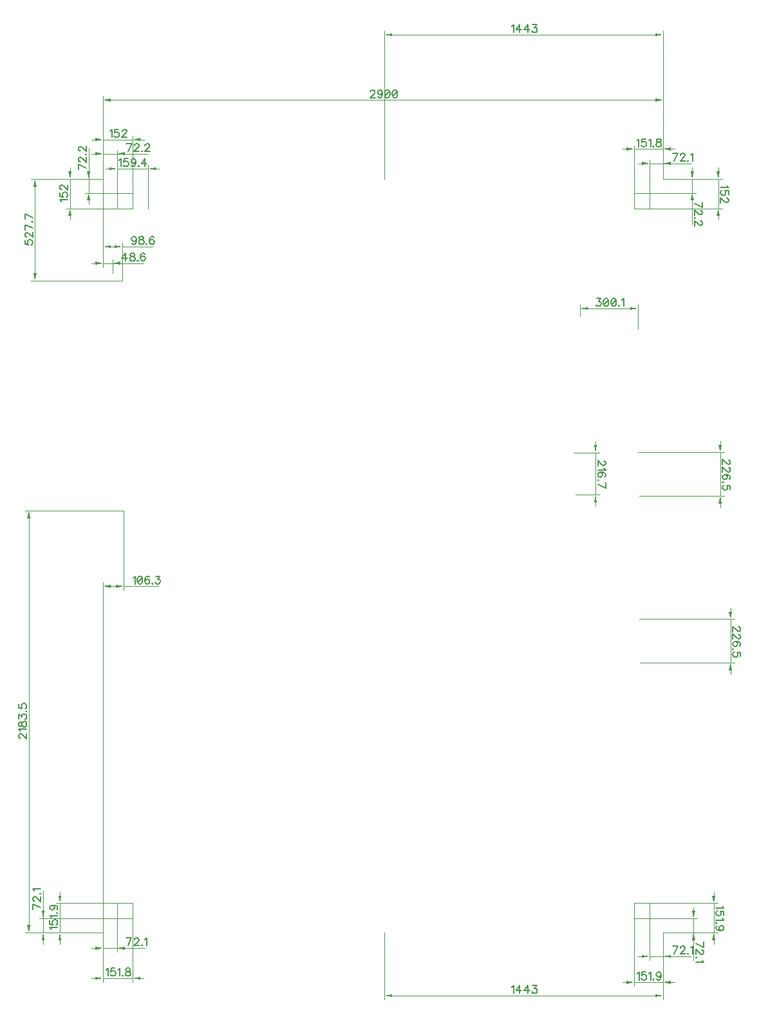
<source format=gbr>
G04 DipTrace 2.4.0.2*
%INTopDimension.gbr*%
%MOIN*%
%ADD13C,0.0015*%
%ADD65C,0.0062*%
%FSLAX44Y44*%
G04*
G70*
G90*
G75*
G01*
%LNTopDimension*%
%LPD*%
X6254Y41417D2*
D13*
Y43660D1*
X4659Y41417D2*
Y43660D1*
Y43463D2*
X6254D1*
X4069D2*
X4266D1*
G36*
X4659D2*
X4266Y43385D1*
Y43542D1*
X4659Y43463D1*
G37*
X6844D2*
D13*
X6648D1*
G36*
X6254D2*
X6648Y43542D1*
Y43385D1*
X6254Y43463D1*
G37*
X3937Y42937D2*
D13*
Y45176D1*
X5457Y41417D2*
Y45176D1*
X3937Y44979D2*
X5457D1*
X3346D2*
X3543D1*
G36*
X3937D2*
X3543Y44900D1*
Y45058D1*
X3937Y44979D1*
G37*
X6047D2*
D13*
X5850D1*
G36*
X5457D2*
X5850Y45058D1*
Y44900D1*
X5457Y44979D1*
G37*
Y41417D2*
D13*
X2020D1*
X3937Y42937D2*
X2020D1*
X2217D2*
Y41417D1*
Y43528D2*
Y43331D1*
G36*
Y42937D2*
X2138Y43331D1*
X2295D1*
X2217Y42937D1*
G37*
Y40827D2*
D13*
Y41024D1*
G36*
Y41417D2*
X2295Y41024D1*
X2138D1*
X2217Y41417D1*
G37*
X31419D2*
D13*
Y44684D1*
X32937Y42937D2*
Y44684D1*
X31419Y44487D2*
X32937D1*
X30828D2*
X31025D1*
G36*
X31419D2*
X31025Y44408D1*
Y44566D1*
X31419Y44487D1*
G37*
X33528D2*
D13*
X33331D1*
G36*
X32937D2*
X33331Y44566D1*
Y44408D1*
X32937Y44487D1*
G37*
X31419Y41417D2*
D13*
X35987D1*
X32937Y42937D2*
X35987D1*
X35790D2*
Y41417D1*
Y43528D2*
Y43331D1*
G36*
Y42937D2*
X35711Y43331D1*
X35869D1*
X35790Y42937D1*
G37*
Y40827D2*
D13*
Y41024D1*
G36*
Y41417D2*
X35869Y41024D1*
X35711D1*
X35790Y41417D1*
G37*
X31419Y5456D2*
D13*
Y1165D1*
X32937Y3937D2*
Y1165D1*
X31419Y1362D2*
X32937D1*
X30828D2*
X31025D1*
G36*
X31419D2*
X31025Y1283D1*
Y1441D1*
X31419Y1362D1*
G37*
X33528D2*
D13*
X33331D1*
G36*
X32937D2*
X33331Y1441D1*
Y1283D1*
X32937Y1362D1*
G37*
X31419Y5456D2*
D13*
X35747D1*
X32937Y3937D2*
X35747D1*
X35550Y5456D2*
Y3937D1*
Y6046D2*
Y5849D1*
G36*
Y5456D2*
X35471Y5849D1*
X35629D1*
X35550Y5456D1*
G37*
Y3346D2*
D13*
Y3543D1*
G36*
Y3937D2*
X35629Y3543D1*
X35471D1*
X35550Y3937D1*
G37*
X5455Y5456D2*
D13*
Y1369D1*
X3937Y3937D2*
Y1369D1*
Y1566D2*
X5455D1*
X3346D2*
X3543D1*
G36*
X3937D2*
X3543Y1487D1*
Y1644D1*
X3937Y1566D1*
G37*
X6046D2*
D13*
X5849D1*
G36*
X5455D2*
X5849Y1644D1*
Y1487D1*
X5455Y1566D1*
G37*
Y5456D2*
D13*
X1499D1*
X3937Y3937D2*
X1499D1*
X1696Y5456D2*
Y3937D1*
Y6046D2*
Y5849D1*
G36*
Y5456D2*
X1617Y5849D1*
X1774D1*
X1696Y5456D1*
G37*
Y3346D2*
D13*
Y3543D1*
G36*
Y3937D2*
X1774Y3543D1*
X1617D1*
X1696Y3937D1*
G37*
X3937Y42937D2*
D13*
Y47223D1*
X32937Y42937D2*
Y47223D1*
X18437Y47026D2*
X4331D1*
G36*
X3937D2*
X4331Y47105D1*
Y46948D1*
X3937Y47026D1*
G37*
X18437D2*
D13*
X32543D1*
G36*
X32937D2*
X32543Y46948D1*
Y47105D1*
X32937Y47026D1*
G37*
Y42937D2*
D13*
Y50598D1*
X18507Y42932D2*
Y50598D1*
X25722Y50402D2*
X32543D1*
G36*
X32937D2*
X32543Y50323D1*
Y50480D1*
X32937Y50402D1*
G37*
X25722D2*
D13*
X18900D1*
G36*
X18507D2*
X18900Y50480D1*
Y50323D1*
X18507Y50402D1*
G37*
X32937Y3937D2*
D13*
Y471D1*
X18507Y3936D2*
Y471D1*
X25722Y668D2*
X32543D1*
G36*
X32937D2*
X32543Y589D1*
Y747D1*
X32937Y668D1*
G37*
X25722D2*
D13*
X18900D1*
G36*
X18507D2*
X18900Y747D1*
Y589D1*
X18507Y668D1*
G37*
X5000Y25772D2*
D13*
X-109D1*
X3937Y3937D2*
X-109D1*
X88Y14854D2*
Y25378D1*
G36*
Y25772D2*
X167Y25378D1*
X9D1*
X88Y25772D1*
G37*
Y14854D2*
D13*
Y4331D1*
G36*
Y3937D2*
X9Y4331D1*
X167D1*
X88Y3937D1*
G37*
X3937D2*
D13*
Y22058D1*
X5000Y25772D2*
Y21664D1*
X4469Y21861D2*
X4331D1*
G36*
X3937D2*
X4331Y21940D1*
Y21782D1*
X3937Y21861D1*
G37*
X4469D2*
D13*
X4606D1*
G36*
X5000D2*
X4606Y21782D1*
Y21940D1*
X5000Y21861D1*
G37*
X6807D2*
D13*
X5000D1*
X5455Y4658D2*
X629D1*
X3937Y3937D2*
X629D1*
X825Y4658D2*
Y3937D1*
Y5249D2*
Y5052D1*
G36*
Y4658D2*
X747Y5052D1*
X904D1*
X825Y4658D1*
G37*
Y3346D2*
D13*
Y3543D1*
G36*
Y3937D2*
X904Y3543D1*
X747D1*
X825Y3937D1*
G37*
Y6093D2*
D13*
Y4658D1*
X4658Y5456D2*
Y2932D1*
X3937Y3937D2*
Y2932D1*
Y3129D2*
X4658D1*
X3346D2*
X3543D1*
G36*
X3937D2*
X3543Y3050D1*
Y3207D1*
X3937Y3129D1*
G37*
X5249D2*
D13*
X5052D1*
G36*
X4658D2*
X5052Y3207D1*
Y3050D1*
X4658Y3129D1*
G37*
X6093D2*
D13*
X4658D1*
X31419Y4658D2*
X34701D1*
X32937Y3937D2*
X34701D1*
X34504Y4658D2*
Y3937D1*
Y5249D2*
Y5052D1*
G36*
Y4658D2*
X34425Y5052D1*
X34583D1*
X34504Y4658D1*
G37*
Y3346D2*
D13*
Y3543D1*
G36*
Y3937D2*
X34583Y3543D1*
X34425D1*
X34504Y3937D1*
G37*
Y2502D2*
D13*
Y4658D1*
X32216Y5456D2*
Y2507D1*
X32937Y3937D2*
Y2507D1*
X32216Y2703D2*
X32937D1*
X31625D2*
X31822D1*
G36*
X32216D2*
X31822Y2625D1*
Y2782D1*
X32216Y2703D1*
G37*
X33528D2*
D13*
X33331D1*
G36*
X32937D2*
X33331Y2782D1*
Y2625D1*
X32937Y2703D1*
G37*
X34372D2*
D13*
X32937D1*
X5457Y42215D2*
X2987D1*
X3937Y42937D2*
X2987D1*
X3184D2*
Y42215D1*
Y43528D2*
Y43331D1*
G36*
Y42937D2*
X3105Y43331D1*
X3262D1*
X3184Y42937D1*
G37*
Y41624D2*
D13*
Y41821D1*
G36*
Y42215D2*
X3262Y41821D1*
X3105D1*
X3184Y42215D1*
G37*
Y44544D2*
D13*
Y42937D1*
X4659Y41417D2*
Y44436D1*
X3937Y42937D2*
Y44436D1*
Y44239D2*
X4659D1*
X3346D2*
X3543D1*
G36*
X3937D2*
X3543Y44160D1*
Y44318D1*
X3937Y44239D1*
G37*
X5250D2*
D13*
X5053D1*
G36*
X4659D2*
X5053Y44318D1*
Y44160D1*
X4659Y44239D1*
G37*
X6266D2*
D13*
X4659D1*
X31419Y42215D2*
X34635D1*
X32937Y42937D2*
X34635D1*
X34438D2*
Y42215D1*
Y43528D2*
Y43331D1*
G36*
Y42937D2*
X34360Y43331D1*
X34517D1*
X34438Y42937D1*
G37*
Y41624D2*
D13*
Y41821D1*
G36*
Y42215D2*
X34517Y41821D1*
X34360D1*
X34438Y42215D1*
G37*
Y40608D2*
D13*
Y42937D1*
X32216Y41417D2*
Y43938D1*
X32937Y42937D2*
Y43938D1*
X32216Y43741D2*
X32937D1*
X31625D2*
X31822D1*
G36*
X32216D2*
X31822Y43663D1*
Y43820D1*
X32216Y43741D1*
G37*
X33528D2*
D13*
X33331D1*
G36*
X32937D2*
X33331Y43820D1*
Y43663D1*
X32937Y43741D1*
G37*
X34372D2*
D13*
X32937D1*
X4923Y37660D2*
X210D1*
X3937Y42937D2*
X210D1*
X407Y40299D2*
Y38054D1*
G36*
Y37660D2*
X328Y38054D1*
X486D1*
X407Y37660D1*
G37*
Y40299D2*
D13*
Y42543D1*
G36*
Y42937D2*
X486Y42543D1*
X328D1*
X407Y42937D1*
G37*
X4923Y37660D2*
D13*
Y39630D1*
X3937Y42937D2*
Y39236D1*
X4430Y39433D2*
X4529D1*
G36*
X4923D2*
X4529Y39354D1*
Y39512D1*
X4923Y39433D1*
G37*
X4430D2*
D13*
X4331D1*
G36*
X3937D2*
X4331Y39512D1*
Y39354D1*
X3937Y39433D1*
G37*
X6490D2*
D13*
X4923D1*
X4423Y38077D2*
Y38772D1*
X3937Y42937D2*
Y38378D1*
Y38575D2*
X4423D1*
X3346D2*
X3543D1*
G36*
X3937D2*
X3543Y38496D1*
Y38654D1*
X3937Y38575D1*
G37*
X5013D2*
D13*
X4816D1*
G36*
X4423D2*
X4816Y38654D1*
Y38496D1*
X4423Y38575D1*
G37*
X6028D2*
D13*
X4423D1*
X31635Y28790D2*
X36087D1*
X31709Y26525D2*
X36087D1*
X35890Y28790D2*
Y26525D1*
Y29381D2*
Y29184D1*
G36*
Y28790D2*
X35811Y29184D1*
X35969D1*
X35890Y28790D1*
G37*
Y25934D2*
D13*
Y26131D1*
G36*
Y26525D2*
X35969Y26131D1*
X35811D1*
X35890Y26525D1*
G37*
X31709Y20151D2*
D13*
X36614D1*
X31718Y17886D2*
X36614D1*
X36417Y20151D2*
Y17886D1*
Y20741D2*
Y20544D1*
G36*
Y20151D2*
X36339Y20544D1*
X36496D1*
X36417Y20151D1*
G37*
Y17295D2*
D13*
Y17492D1*
G36*
Y17886D2*
X36496Y17492D1*
X36339D1*
X36417Y17886D1*
G37*
X28300Y28771D2*
D13*
X29623D1*
X28383Y26604D2*
X29623D1*
X29427Y28771D2*
Y26604D1*
Y29362D2*
Y29165D1*
G36*
Y28771D2*
X29348Y29165D1*
X29505D1*
X29427Y28771D1*
G37*
Y26014D2*
D13*
Y26211D1*
G36*
Y26604D2*
X29505Y26211D1*
X29348D1*
X29427Y26604D1*
G37*
X28634Y35845D2*
D13*
Y36427D1*
X31635Y35164D2*
Y36427D1*
X30135Y36230D2*
X29028D1*
G36*
X28634D2*
X29028Y36308D1*
Y36151D1*
X28634Y36230D1*
G37*
X30135D2*
D13*
X31241D1*
G36*
X31635D2*
X31241Y36151D1*
Y36308D1*
X31635Y36230D1*
G37*
X4771Y43910D2*
D65*
X4810Y43930D1*
X4867Y43987D1*
Y43585D1*
X5220Y43987D2*
X5029D1*
X5010Y43815D1*
X5029Y43834D1*
X5087Y43853D1*
X5144D1*
X5201Y43834D1*
X5240Y43796D1*
X5259Y43738D1*
Y43700D1*
X5240Y43643D1*
X5201Y43604D1*
X5144Y43585D1*
X5087D1*
X5029Y43604D1*
X5010Y43624D1*
X4991Y43662D1*
X5631Y43853D2*
X5612Y43796D1*
X5574Y43757D1*
X5516Y43738D1*
X5497D1*
X5440Y43757D1*
X5402Y43796D1*
X5382Y43853D1*
Y43872D1*
X5402Y43930D1*
X5440Y43968D1*
X5497Y43987D1*
X5516D1*
X5574Y43968D1*
X5612Y43930D1*
X5631Y43853D1*
Y43757D1*
X5612Y43662D1*
X5574Y43604D1*
X5516Y43585D1*
X5478D1*
X5421Y43604D1*
X5402Y43643D1*
X5774Y43624D2*
X5755Y43604D1*
X5774Y43585D1*
X5793Y43604D1*
X5774Y43624D1*
X6108Y43585D2*
Y43987D1*
X5917Y43719D1*
X6204D1*
X4288Y45426D2*
X4327Y45446D1*
X4384Y45503D1*
Y45101D1*
X4737Y45503D2*
X4546D1*
X4527Y45331D1*
X4546Y45350D1*
X4604Y45369D1*
X4661D1*
X4718Y45350D1*
X4757Y45312D1*
X4776Y45254D1*
Y45216D1*
X4757Y45159D1*
X4718Y45120D1*
X4661Y45101D1*
X4604D1*
X4546Y45120D1*
X4527Y45140D1*
X4508Y45178D1*
X4919Y45407D2*
Y45426D1*
X4938Y45465D1*
X4957Y45484D1*
X4995Y45503D1*
X5072D1*
X5110Y45484D1*
X5129Y45465D1*
X5148Y45426D1*
Y45388D1*
X5129Y45350D1*
X5091Y45293D1*
X4899Y45101D1*
X5167D1*
X1769Y41769D2*
X1750Y41807D1*
X1693Y41865D1*
X2094D1*
X1693Y42218D2*
Y42027D1*
X1865Y42008D1*
X1846Y42027D1*
X1826Y42084D1*
Y42141D1*
X1846Y42199D1*
X1884Y42237D1*
X1941Y42256D1*
X1979D1*
X2037Y42237D1*
X2075Y42199D1*
X2094Y42141D1*
Y42084D1*
X2075Y42027D1*
X2056Y42008D1*
X2018Y41988D1*
X1788Y42399D2*
X1769D1*
X1731Y42418D1*
X1712Y42437D1*
X1693Y42475D1*
Y42552D1*
X1712Y42590D1*
X1731Y42609D1*
X1769Y42628D1*
X1807D1*
X1846Y42609D1*
X1903Y42571D1*
X2094Y42380D1*
Y42647D1*
X31579Y44934D2*
X31617Y44953D1*
X31675Y45010D1*
Y44609D1*
X32028Y45010D2*
X31837D1*
X31818Y44838D1*
X31837Y44857D1*
X31894Y44877D1*
X31951D1*
X32009Y44857D1*
X32047Y44819D1*
X32066Y44762D1*
Y44724D1*
X32047Y44666D1*
X32009Y44628D1*
X31951Y44609D1*
X31894D1*
X31837Y44628D1*
X31818Y44647D1*
X31798Y44685D1*
X32190Y44934D2*
X32228Y44953D1*
X32286Y45010D1*
Y44609D1*
X32428Y44647D2*
X32409Y44628D1*
X32428Y44609D1*
X32448Y44628D1*
X32428Y44647D1*
X32667Y45010D2*
X32610Y44991D1*
X32590Y44953D1*
Y44915D1*
X32610Y44877D1*
X32648Y44857D1*
X32724Y44838D1*
X32782Y44819D1*
X32820Y44781D1*
X32839Y44743D1*
Y44685D1*
X32820Y44647D1*
X32801Y44628D1*
X32743Y44609D1*
X32667D1*
X32610Y44628D1*
X32590Y44647D1*
X32571Y44685D1*
Y44743D1*
X32590Y44781D1*
X32629Y44819D1*
X32686Y44838D1*
X32762Y44857D1*
X32801Y44877D1*
X32820Y44915D1*
Y44953D1*
X32801Y44991D1*
X32743Y45010D1*
X32667D1*
X36237Y42586D2*
X36257Y42547D1*
X36314Y42490D1*
X35912D1*
X36314Y42137D2*
Y42328D1*
X36142Y42347D1*
X36161Y42328D1*
X36180Y42270D1*
Y42213D1*
X36161Y42156D1*
X36123Y42117D1*
X36065Y42098D1*
X36027D1*
X35970Y42117D1*
X35931Y42156D1*
X35912Y42213D1*
Y42270D1*
X35931Y42328D1*
X35951Y42347D1*
X35989Y42366D1*
X36218Y41955D2*
X36237D1*
X36276Y41936D1*
X36295Y41917D1*
X36314Y41879D1*
Y41802D1*
X36295Y41764D1*
X36276Y41745D1*
X36237Y41726D1*
X36199D1*
X36161Y41745D1*
X36104Y41783D1*
X35912Y41975D1*
Y41707D1*
X31588Y1809D2*
X31626Y1829D1*
X31684Y1886D1*
Y1484D1*
X32037Y1886D2*
X31846D1*
X31827Y1714D1*
X31846Y1733D1*
X31903Y1752D1*
X31960D1*
X32018Y1733D1*
X32056Y1695D1*
X32075Y1637D1*
Y1599D1*
X32056Y1542D1*
X32018Y1503D1*
X31960Y1484D1*
X31903D1*
X31846Y1503D1*
X31827Y1523D1*
X31807Y1561D1*
X32199Y1809D2*
X32237Y1829D1*
X32295Y1886D1*
Y1484D1*
X32437Y1523D2*
X32418Y1503D1*
X32437Y1484D1*
X32457Y1503D1*
X32437Y1523D1*
X32829Y1752D2*
X32810Y1695D1*
X32772Y1656D1*
X32714Y1637D1*
X32695D1*
X32638Y1656D1*
X32600Y1695D1*
X32580Y1752D1*
Y1771D1*
X32600Y1829D1*
X32638Y1867D1*
X32695Y1886D1*
X32714D1*
X32772Y1867D1*
X32810Y1829D1*
X32829Y1752D1*
Y1656D1*
X32810Y1561D1*
X32772Y1503D1*
X32714Y1484D1*
X32676D1*
X32619Y1503D1*
X32600Y1542D1*
X35997Y5286D2*
X36016Y5248D1*
X36073Y5190D1*
X35672D1*
X36073Y4837D2*
Y5028D1*
X35901Y5047D1*
X35920Y5028D1*
X35940Y4971D1*
Y4914D1*
X35920Y4856D1*
X35882Y4818D1*
X35825Y4799D1*
X35787D1*
X35729Y4818D1*
X35691Y4856D1*
X35672Y4914D1*
Y4971D1*
X35691Y5028D1*
X35710Y5047D1*
X35748Y5067D1*
X35997Y4675D2*
X36016Y4637D1*
X36073Y4579D1*
X35672D1*
X35710Y4437D2*
X35691Y4456D1*
X35672Y4437D1*
X35691Y4417D1*
X35710Y4437D1*
X35940Y4045D2*
X35882Y4064D1*
X35844Y4102D1*
X35825Y4160D1*
Y4179D1*
X35844Y4236D1*
X35882Y4274D1*
X35940Y4294D1*
X35959D1*
X36016Y4274D1*
X36054Y4236D1*
X36073Y4179D1*
Y4160D1*
X36054Y4102D1*
X36016Y4064D1*
X35940Y4045D1*
X35844D1*
X35748Y4064D1*
X35691Y4102D1*
X35672Y4160D1*
Y4198D1*
X35691Y4255D1*
X35729Y4274D1*
X4097Y2013D2*
X4136Y2032D1*
X4193Y2089D1*
Y1688D1*
X4546Y2089D2*
X4355D1*
X4336Y1917D1*
X4355Y1936D1*
X4413Y1956D1*
X4470D1*
X4527Y1936D1*
X4566Y1898D1*
X4585Y1841D1*
Y1803D1*
X4566Y1745D1*
X4527Y1707D1*
X4470Y1688D1*
X4413D1*
X4355Y1707D1*
X4336Y1726D1*
X4317Y1764D1*
X4708Y2013D2*
X4747Y2032D1*
X4804Y2089D1*
Y1688D1*
X4947Y1726D2*
X4928Y1707D1*
X4947Y1688D1*
X4966Y1707D1*
X4947Y1726D1*
X5185Y2089D2*
X5128Y2070D1*
X5109Y2032D1*
Y1994D1*
X5128Y1956D1*
X5166Y1936D1*
X5242Y1917D1*
X5300Y1898D1*
X5338Y1860D1*
X5357Y1822D1*
Y1764D1*
X5338Y1726D1*
X5319Y1707D1*
X5262Y1688D1*
X5185D1*
X5128Y1707D1*
X5109Y1726D1*
X5090Y1764D1*
Y1822D1*
X5109Y1860D1*
X5147Y1898D1*
X5204Y1917D1*
X5281Y1936D1*
X5319Y1956D1*
X5338Y1994D1*
Y2032D1*
X5319Y2070D1*
X5262Y2089D1*
X5185D1*
X1248Y4107D2*
X1229Y4145D1*
X1172Y4203D1*
X1573D1*
X1172Y4555D2*
Y4364D1*
X1344Y4345D1*
X1325Y4364D1*
X1305Y4422D1*
Y4479D1*
X1325Y4536D1*
X1363Y4575D1*
X1420Y4594D1*
X1458D1*
X1516Y4575D1*
X1554Y4536D1*
X1573Y4479D1*
Y4422D1*
X1554Y4364D1*
X1535Y4345D1*
X1497Y4326D1*
X1248Y4717D2*
X1229Y4756D1*
X1172Y4813D1*
X1573D1*
X1535Y4956D2*
X1554Y4937D1*
X1573Y4956D1*
X1554Y4975D1*
X1535Y4956D1*
X1305Y5348D2*
X1363Y5328D1*
X1401Y5290D1*
X1420Y5233D1*
Y5214D1*
X1401Y5156D1*
X1363Y5118D1*
X1305Y5099D1*
X1286D1*
X1229Y5118D1*
X1191Y5156D1*
X1172Y5214D1*
Y5233D1*
X1191Y5290D1*
X1229Y5328D1*
X1305Y5348D1*
X1401D1*
X1497Y5328D1*
X1554Y5290D1*
X1573Y5233D1*
Y5195D1*
X1554Y5137D1*
X1516Y5118D1*
X17776Y47454D2*
Y47473D1*
X17795Y47512D1*
X17814Y47531D1*
X17852Y47550D1*
X17929D1*
X17967Y47531D1*
X17986Y47512D1*
X18005Y47473D1*
Y47435D1*
X17986Y47397D1*
X17948Y47340D1*
X17756Y47148D1*
X18024D1*
X18397Y47416D2*
X18377Y47359D1*
X18339Y47320D1*
X18282Y47301D1*
X18263D1*
X18205Y47320D1*
X18167Y47359D1*
X18148Y47416D1*
Y47435D1*
X18167Y47493D1*
X18205Y47531D1*
X18263Y47550D1*
X18282D1*
X18339Y47531D1*
X18377Y47493D1*
X18397Y47416D1*
Y47320D1*
X18377Y47225D1*
X18339Y47167D1*
X18282Y47148D1*
X18244D1*
X18186Y47167D1*
X18167Y47206D1*
X18635Y47550D2*
X18578Y47531D1*
X18539Y47473D1*
X18520Y47378D1*
Y47320D1*
X18539Y47225D1*
X18578Y47167D1*
X18635Y47148D1*
X18673D1*
X18731Y47167D1*
X18769Y47225D1*
X18788Y47320D1*
Y47378D1*
X18769Y47473D1*
X18731Y47531D1*
X18673Y47550D1*
X18635D1*
X18769Y47473D2*
X18539Y47225D1*
X19027Y47550D2*
X18969Y47531D1*
X18931Y47473D1*
X18912Y47378D1*
Y47320D1*
X18931Y47225D1*
X18969Y47167D1*
X19027Y47148D1*
X19065D1*
X19122Y47167D1*
X19160Y47225D1*
X19180Y47320D1*
Y47378D1*
X19160Y47473D1*
X19122Y47531D1*
X19065Y47550D1*
X19027D1*
X19160Y47473D2*
X18931Y47225D1*
X25098Y50849D2*
X25137Y50868D1*
X25194Y50925D1*
Y50524D1*
X25509D2*
Y50925D1*
X25318Y50658D1*
X25605D1*
X25920Y50524D2*
Y50925D1*
X25728Y50658D1*
X26015D1*
X26177Y50925D2*
X26387D1*
X26273Y50772D1*
X26330D1*
X26368Y50753D1*
X26387Y50734D1*
X26407Y50677D1*
Y50639D1*
X26387Y50581D1*
X26349Y50543D1*
X26292Y50524D1*
X26234D1*
X26177Y50543D1*
X26158Y50562D1*
X26139Y50600D1*
X25098Y1115D2*
X25137Y1135D1*
X25194Y1192D1*
Y790D1*
X25509D2*
Y1192D1*
X25318Y924D1*
X25605D1*
X25920Y790D2*
Y1192D1*
X25728Y924D1*
X26015D1*
X26177Y1192D2*
X26387D1*
X26273Y1039D1*
X26330D1*
X26368Y1020D1*
X26387Y1001D1*
X26407Y943D1*
Y905D1*
X26387Y848D1*
X26349Y809D1*
X26292Y790D1*
X26234D1*
X26177Y809D1*
X26158Y829D1*
X26139Y867D1*
X-340Y13993D2*
X-359D1*
X-398Y14012D1*
X-417Y14031D1*
X-436Y14069D1*
Y14146D1*
X-417Y14184D1*
X-398Y14203D1*
X-359Y14222D1*
X-321D1*
X-283Y14203D1*
X-226Y14165D1*
X-34Y13974D1*
Y14241D1*
X-359Y14365D2*
X-379Y14403D1*
X-436Y14461D1*
X-34D1*
X-436Y14680D2*
X-417Y14623D1*
X-379Y14603D1*
X-340D1*
X-302Y14623D1*
X-283Y14661D1*
X-264Y14737D1*
X-245Y14795D1*
X-206Y14833D1*
X-168Y14852D1*
X-111D1*
X-73Y14833D1*
X-53Y14814D1*
X-34Y14756D1*
Y14680D1*
X-53Y14623D1*
X-73Y14603D1*
X-111Y14584D1*
X-168D1*
X-206Y14603D1*
X-245Y14642D1*
X-264Y14699D1*
X-283Y14775D1*
X-302Y14814D1*
X-340Y14833D1*
X-379D1*
X-417Y14814D1*
X-436Y14756D1*
Y14680D1*
Y15014D2*
Y15224D1*
X-283Y15109D1*
Y15167D1*
X-264Y15205D1*
X-245Y15224D1*
X-187Y15243D1*
X-149D1*
X-92Y15224D1*
X-53Y15186D1*
X-34Y15128D1*
Y15071D1*
X-53Y15014D1*
X-73Y14995D1*
X-111Y14975D1*
X-73Y15386D2*
X-53Y15367D1*
X-34Y15386D1*
X-53Y15405D1*
X-73Y15386D1*
X-436Y15758D2*
Y15567D1*
X-264Y15548D1*
X-283Y15567D1*
X-302Y15625D1*
Y15682D1*
X-283Y15739D1*
X-245Y15778D1*
X-187Y15797D1*
X-149D1*
X-92Y15778D1*
X-53Y15739D1*
X-34Y15682D1*
Y15625D1*
X-53Y15567D1*
X-73Y15548D1*
X-111Y15529D1*
X5486Y22308D2*
X5525Y22327D1*
X5582Y22384D1*
Y21983D1*
X5821Y22384D2*
X5763Y22365D1*
X5725Y22308D1*
X5706Y22212D1*
Y22155D1*
X5725Y22059D1*
X5763Y22002D1*
X5821Y21983D1*
X5859D1*
X5916Y22002D1*
X5954Y22059D1*
X5974Y22155D1*
Y22212D1*
X5954Y22308D1*
X5916Y22365D1*
X5859Y22384D1*
X5821D1*
X5954Y22308D2*
X5725Y22059D1*
X6327Y22327D2*
X6308Y22365D1*
X6250Y22384D1*
X6212D1*
X6155Y22365D1*
X6116Y22308D1*
X6097Y22212D1*
Y22117D1*
X6116Y22040D1*
X6155Y22002D1*
X6212Y21983D1*
X6231D1*
X6288Y22002D1*
X6327Y22040D1*
X6346Y22098D1*
Y22117D1*
X6327Y22174D1*
X6288Y22212D1*
X6231Y22231D1*
X6212D1*
X6155Y22212D1*
X6116Y22174D1*
X6097Y22117D1*
X6488Y22021D2*
X6469Y22002D1*
X6488Y21983D1*
X6508Y22002D1*
X6488Y22021D1*
X6670Y22384D2*
X6880D1*
X6765Y22231D1*
X6823D1*
X6861Y22212D1*
X6880Y22193D1*
X6899Y22136D1*
Y22098D1*
X6880Y22040D1*
X6842Y22002D1*
X6784Y21983D1*
X6727D1*
X6670Y22002D1*
X6651Y22021D1*
X6631Y22059D1*
X703Y5221D2*
X302Y5413D1*
Y5145D1*
X397Y5556D2*
X378D1*
X340Y5575D1*
X321Y5594D1*
X302Y5632D1*
Y5709D1*
X321Y5747D1*
X340Y5766D1*
X378Y5785D1*
X416D1*
X455Y5766D1*
X512Y5728D1*
X703Y5536D1*
Y5804D1*
X665Y5947D2*
X684Y5928D1*
X703Y5947D1*
X684Y5966D1*
X665Y5947D1*
X378Y6090D2*
X359Y6128D1*
X302Y6186D1*
X703D1*
X5221Y3251D2*
X5412Y3652D1*
X5144D1*
X5555Y3557D2*
Y3576D1*
X5574Y3614D1*
X5593Y3633D1*
X5632Y3652D1*
X5708D1*
X5746Y3633D1*
X5765Y3614D1*
X5785Y3576D1*
Y3538D1*
X5765Y3499D1*
X5727Y3442D1*
X5536Y3251D1*
X5804D1*
X5946Y3289D2*
X5927Y3270D1*
X5946Y3251D1*
X5966Y3270D1*
X5946Y3289D1*
X6089Y3576D2*
X6128Y3595D1*
X6185Y3652D1*
Y3251D1*
X34626Y3374D2*
X35028Y3183D1*
Y3451D1*
X34932Y3040D2*
X34951D1*
X34989Y3021D1*
X35009Y3002D1*
X35028Y2963D1*
Y2887D1*
X35009Y2849D1*
X34989Y2830D1*
X34951Y2810D1*
X34913D1*
X34875Y2830D1*
X34818Y2868D1*
X34626Y3059D1*
Y2791D1*
X34665Y2649D2*
X34645Y2668D1*
X34626Y2649D1*
X34645Y2629D1*
X34665Y2649D1*
X34951Y2506D2*
X34970Y2467D1*
X35028Y2410D1*
X34626D1*
X33500Y2826D2*
X33691Y3227D1*
X33423D1*
X33834Y3131D2*
Y3151D1*
X33853Y3189D1*
X33872Y3208D1*
X33911Y3227D1*
X33987D1*
X34025Y3208D1*
X34044Y3189D1*
X34064Y3151D1*
Y3112D1*
X34044Y3074D1*
X34006Y3017D1*
X33815Y2826D1*
X34083D1*
X34225Y2864D2*
X34206Y2845D1*
X34225Y2826D1*
X34245Y2845D1*
X34225Y2864D1*
X34368Y3151D2*
X34407Y3170D1*
X34464Y3227D1*
Y2826D1*
X3062Y43500D2*
X2660Y43691D1*
Y43423D1*
X2756Y43834D2*
X2737D1*
X2698Y43853D1*
X2679Y43872D1*
X2660Y43911D1*
Y43987D1*
X2679Y44025D1*
X2698Y44044D1*
X2737Y44064D1*
X2775D1*
X2813Y44044D1*
X2870Y44006D1*
X3062Y43815D1*
Y44083D1*
X3023Y44225D2*
X3043Y44206D1*
X3062Y44225D1*
X3043Y44245D1*
X3023Y44225D1*
X2756Y44388D2*
X2737D1*
X2698Y44407D1*
X2679Y44426D1*
X2660Y44464D1*
Y44541D1*
X2679Y44579D1*
X2698Y44598D1*
X2737Y44617D1*
X2775D1*
X2813Y44598D1*
X2870Y44560D1*
X3062Y44368D1*
Y44636D1*
X5222Y44361D2*
X5414Y44762D1*
X5146D1*
X5557Y44667D2*
Y44686D1*
X5576Y44724D1*
X5595Y44743D1*
X5633Y44762D1*
X5710D1*
X5748Y44743D1*
X5767Y44724D1*
X5786Y44686D1*
Y44648D1*
X5767Y44609D1*
X5729Y44552D1*
X5537Y44361D1*
X5805D1*
X5948Y44399D2*
X5929Y44380D1*
X5948Y44361D1*
X5967Y44380D1*
X5948Y44399D1*
X6110Y44667D2*
Y44686D1*
X6129Y44724D1*
X6148Y44743D1*
X6187Y44762D1*
X6263D1*
X6301Y44743D1*
X6320Y44724D1*
X6339Y44686D1*
Y44648D1*
X6320Y44609D1*
X6282Y44552D1*
X6091Y44361D1*
X6359D1*
X34560Y41652D2*
X34962Y41460D1*
Y41728D1*
X34866Y41317D2*
X34885D1*
X34924Y41298D1*
X34943Y41279D1*
X34962Y41241D1*
Y41164D1*
X34943Y41126D1*
X34924Y41107D1*
X34885Y41088D1*
X34847D1*
X34809Y41107D1*
X34752Y41145D1*
X34560Y41337D1*
Y41069D1*
X34599Y40926D2*
X34579Y40945D1*
X34560Y40926D1*
X34579Y40907D1*
X34599Y40926D1*
X34866Y40764D2*
X34885D1*
X34924Y40745D1*
X34943Y40726D1*
X34962Y40688D1*
Y40611D1*
X34943Y40573D1*
X34924Y40554D1*
X34885Y40535D1*
X34847D1*
X34809Y40554D1*
X34752Y40592D1*
X34560Y40783D1*
Y40516D1*
X33500Y43864D2*
X33691Y44265D1*
X33423D1*
X33834Y44170D2*
Y44189D1*
X33853Y44227D1*
X33872Y44246D1*
X33911Y44265D1*
X33987D1*
X34025Y44246D1*
X34044Y44227D1*
X34064Y44189D1*
Y44151D1*
X34044Y44112D1*
X34006Y44055D1*
X33815Y43864D1*
X34083D1*
X34225Y43902D2*
X34206Y43883D1*
X34225Y43864D1*
X34245Y43883D1*
X34225Y43902D1*
X34368Y44189D2*
X34407Y44208D1*
X34464Y44265D1*
Y43864D1*
X-117Y39757D2*
Y39566D1*
X55Y39547D1*
X36Y39566D1*
X17Y39623D1*
Y39680D1*
X36Y39738D1*
X74Y39776D1*
X132Y39795D1*
X170D1*
X227Y39776D1*
X266Y39738D1*
X285Y39680D1*
Y39623D1*
X266Y39566D1*
X246Y39547D1*
X208Y39527D1*
X-21Y39938D2*
X-40D1*
X-79Y39957D1*
X-98Y39976D1*
X-117Y40015D1*
Y40091D1*
X-98Y40129D1*
X-79Y40148D1*
X-40Y40168D1*
X-2D1*
X36Y40148D1*
X93Y40110D1*
X285Y39919D1*
Y40187D1*
Y40387D2*
X-117Y40578D1*
Y40310D1*
X246Y40721D2*
X266Y40702D1*
X285Y40721D1*
X266Y40740D1*
X246Y40721D1*
X285Y40940D2*
X-117Y41132D1*
Y40864D1*
X5658Y39823D2*
X5638Y39766D1*
X5600Y39727D1*
X5543Y39708D1*
X5524D1*
X5466Y39727D1*
X5428Y39766D1*
X5409Y39823D1*
Y39842D1*
X5428Y39900D1*
X5466Y39938D1*
X5524Y39957D1*
X5543D1*
X5600Y39938D1*
X5638Y39900D1*
X5658Y39823D1*
Y39727D1*
X5638Y39632D1*
X5600Y39574D1*
X5543Y39555D1*
X5505D1*
X5447Y39574D1*
X5428Y39613D1*
X5877Y39957D2*
X5820Y39938D1*
X5800Y39900D1*
Y39861D1*
X5820Y39823D1*
X5858Y39804D1*
X5934Y39785D1*
X5992Y39766D1*
X6030Y39727D1*
X6049Y39689D1*
Y39632D1*
X6030Y39594D1*
X6011Y39574D1*
X5953Y39555D1*
X5877D1*
X5820Y39574D1*
X5800Y39594D1*
X5781Y39632D1*
Y39689D1*
X5800Y39727D1*
X5839Y39766D1*
X5896Y39785D1*
X5972Y39804D1*
X6011Y39823D1*
X6030Y39861D1*
Y39900D1*
X6011Y39938D1*
X5953Y39957D1*
X5877D1*
X6191Y39594D2*
X6172Y39574D1*
X6191Y39555D1*
X6211Y39574D1*
X6191Y39594D1*
X6564Y39900D2*
X6545Y39938D1*
X6487Y39957D1*
X6449D1*
X6392Y39938D1*
X6353Y39880D1*
X6334Y39785D1*
Y39689D1*
X6353Y39613D1*
X6392Y39574D1*
X6449Y39555D1*
X6468D1*
X6525Y39574D1*
X6564Y39613D1*
X6583Y39670D1*
Y39689D1*
X6564Y39747D1*
X6525Y39785D1*
X6468Y39804D1*
X6449D1*
X6392Y39785D1*
X6353Y39747D1*
X6334Y39689D1*
X5100Y38697D2*
Y39098D1*
X4909Y38831D1*
X5196D1*
X5415Y39098D2*
X5358Y39079D1*
X5338Y39041D1*
Y39003D1*
X5358Y38965D1*
X5396Y38945D1*
X5472Y38926D1*
X5530Y38907D1*
X5568Y38869D1*
X5587Y38831D1*
Y38773D1*
X5568Y38735D1*
X5549Y38716D1*
X5491Y38697D1*
X5415D1*
X5358Y38716D1*
X5338Y38735D1*
X5319Y38773D1*
Y38831D1*
X5338Y38869D1*
X5377Y38907D1*
X5434Y38926D1*
X5510Y38945D1*
X5549Y38965D1*
X5568Y39003D1*
Y39041D1*
X5549Y39079D1*
X5491Y39098D1*
X5415D1*
X5729Y38735D2*
X5710Y38716D1*
X5729Y38697D1*
X5749Y38716D1*
X5729Y38735D1*
X6102Y39041D2*
X6083Y39079D1*
X6025Y39098D1*
X5987D1*
X5930Y39079D1*
X5891Y39022D1*
X5872Y38926D1*
Y38831D1*
X5891Y38754D1*
X5930Y38716D1*
X5987Y38697D1*
X6006D1*
X6063Y38716D1*
X6102Y38754D1*
X6121Y38812D1*
Y38831D1*
X6102Y38888D1*
X6063Y38926D1*
X6006Y38945D1*
X5987D1*
X5930Y38926D1*
X5891Y38888D1*
X5872Y38831D1*
X36318Y28400D2*
X36337D1*
X36375Y28381D1*
X36394Y28362D1*
X36413Y28323D1*
Y28247D1*
X36394Y28209D1*
X36375Y28190D1*
X36337Y28170D1*
X36299D1*
X36260Y28190D1*
X36203Y28228D1*
X36012Y28419D1*
Y28151D1*
X36318Y28008D2*
X36337D1*
X36375Y27989D1*
X36394Y27970D1*
X36413Y27932D1*
Y27855D1*
X36394Y27817D1*
X36375Y27798D1*
X36337Y27779D1*
X36299D1*
X36260Y27798D1*
X36203Y27836D1*
X36012Y28028D1*
Y27760D1*
X36356Y27407D2*
X36394Y27426D1*
X36413Y27483D1*
Y27521D1*
X36394Y27579D1*
X36337Y27617D1*
X36241Y27636D1*
X36146D1*
X36069Y27617D1*
X36031Y27579D1*
X36012Y27521D1*
Y27502D1*
X36031Y27445D1*
X36069Y27407D1*
X36127Y27388D1*
X36146D1*
X36203Y27407D1*
X36241Y27445D1*
X36260Y27502D1*
Y27521D1*
X36241Y27579D1*
X36203Y27617D1*
X36146Y27636D1*
X36050Y27245D2*
X36031Y27264D1*
X36012Y27245D1*
X36031Y27226D1*
X36050Y27245D1*
X36413Y26873D2*
Y27064D1*
X36241Y27083D1*
X36260Y27064D1*
X36280Y27006D1*
Y26949D1*
X36260Y26892D1*
X36222Y26853D1*
X36165Y26834D1*
X36127D1*
X36069Y26853D1*
X36031Y26892D1*
X36012Y26949D1*
Y27006D1*
X36031Y27064D1*
X36050Y27083D1*
X36088Y27102D1*
X36845Y19760D2*
X36864D1*
X36903Y19741D1*
X36922Y19722D1*
X36941Y19684D1*
Y19607D1*
X36922Y19569D1*
X36903Y19550D1*
X36864Y19531D1*
X36826D1*
X36788Y19550D1*
X36731Y19588D1*
X36539Y19780D1*
Y19512D1*
X36845Y19369D2*
X36864D1*
X36903Y19350D1*
X36922Y19331D1*
X36941Y19293D1*
Y19216D1*
X36922Y19178D1*
X36903Y19159D1*
X36864Y19140D1*
X36826D1*
X36788Y19159D1*
X36731Y19197D1*
X36539Y19388D1*
Y19121D1*
X36884Y18768D2*
X36922Y18787D1*
X36941Y18844D1*
Y18882D1*
X36922Y18940D1*
X36864Y18978D1*
X36769Y18997D1*
X36673D1*
X36597Y18978D1*
X36558Y18940D1*
X36539Y18882D1*
Y18863D1*
X36558Y18806D1*
X36597Y18768D1*
X36654Y18749D1*
X36673D1*
X36731Y18768D1*
X36769Y18806D1*
X36788Y18863D1*
Y18882D1*
X36769Y18940D1*
X36731Y18978D1*
X36673Y18997D1*
X36578Y18606D2*
X36558Y18625D1*
X36539Y18606D1*
X36558Y18587D1*
X36578Y18606D1*
X36941Y18234D2*
Y18425D1*
X36769Y18444D1*
X36788Y18425D1*
X36807Y18367D1*
Y18310D1*
X36788Y18253D1*
X36750Y18214D1*
X36692Y18195D1*
X36654D1*
X36597Y18214D1*
X36558Y18253D1*
X36539Y18310D1*
Y18367D1*
X36558Y18425D1*
X36578Y18444D1*
X36616Y18463D1*
X29855Y28344D2*
X29874D1*
X29912Y28325D1*
X29931Y28306D1*
X29950Y28267D1*
Y28191D1*
X29931Y28153D1*
X29912Y28134D1*
X29874Y28114D1*
X29836D1*
X29797Y28134D1*
X29740Y28172D1*
X29549Y28363D1*
Y28095D1*
X29874Y27972D2*
X29893Y27933D1*
X29950Y27876D1*
X29549D1*
X29893Y27523D2*
X29931Y27542D1*
X29950Y27599D1*
Y27637D1*
X29931Y27695D1*
X29874Y27733D1*
X29778Y27752D1*
X29683D1*
X29606Y27733D1*
X29568Y27695D1*
X29549Y27637D1*
Y27618D1*
X29568Y27561D1*
X29606Y27523D1*
X29664Y27504D1*
X29683D1*
X29740Y27523D1*
X29778Y27561D1*
X29797Y27618D1*
Y27637D1*
X29778Y27695D1*
X29740Y27733D1*
X29683Y27752D1*
X29587Y27361D2*
X29568Y27380D1*
X29549Y27361D1*
X29568Y27342D1*
X29587Y27361D1*
X29549Y27142D2*
X29950Y26950D1*
Y27218D1*
X29488Y36753D2*
X29698D1*
X29583Y36600D1*
X29641D1*
X29679Y36581D1*
X29698Y36562D1*
X29717Y36505D1*
Y36467D1*
X29698Y36409D1*
X29660Y36371D1*
X29602Y36352D1*
X29545D1*
X29488Y36371D1*
X29469Y36390D1*
X29449Y36428D1*
X29956Y36753D2*
X29898Y36734D1*
X29860Y36677D1*
X29841Y36581D1*
Y36524D1*
X29860Y36428D1*
X29898Y36371D1*
X29956Y36352D1*
X29994D1*
X30051Y36371D1*
X30089Y36428D1*
X30109Y36524D1*
Y36581D1*
X30089Y36677D1*
X30051Y36734D1*
X29994Y36753D1*
X29956D1*
X30089Y36677D2*
X29860Y36428D1*
X30347Y36753D2*
X30290Y36734D1*
X30251Y36677D1*
X30232Y36581D1*
Y36524D1*
X30251Y36428D1*
X30290Y36371D1*
X30347Y36352D1*
X30385D1*
X30443Y36371D1*
X30481Y36428D1*
X30500Y36524D1*
Y36581D1*
X30481Y36677D1*
X30443Y36734D1*
X30385Y36753D1*
X30347D1*
X30481Y36677D2*
X30251Y36428D1*
X30643Y36390D2*
X30624Y36371D1*
X30643Y36352D1*
X30662Y36371D1*
X30643Y36390D1*
X30786Y36677D2*
X30824Y36696D1*
X30882Y36753D1*
Y36352D1*
M02*

</source>
